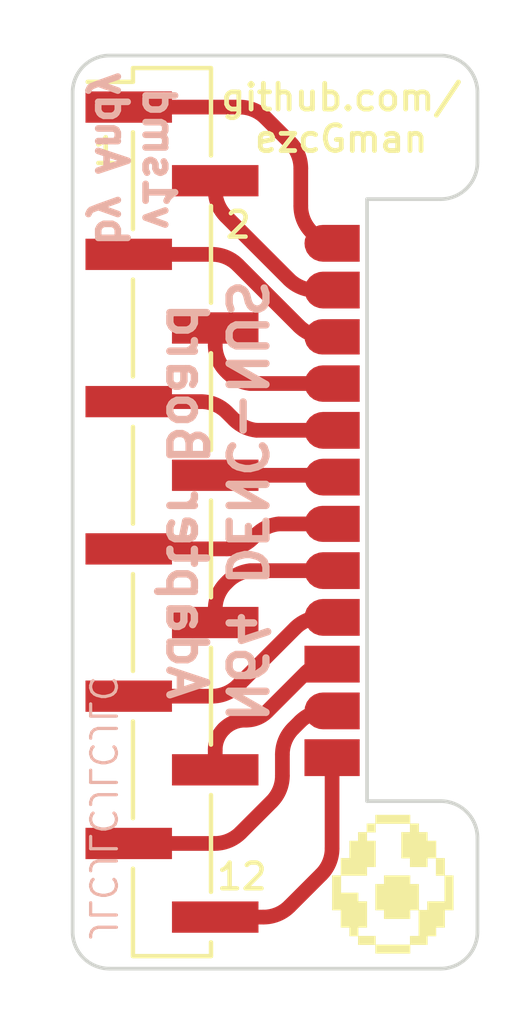
<source format=kicad_pcb>
(kicad_pcb (version 20221018) (generator pcbnew)
  (layers (0 "F.Cu" signal) (31 "B.Cu" signal) (34 "B.Paste" user) (35 "F.Paste" user) (36 "B.SilkS" user "B.Silkscreen") (37 "F.SilkS" user "F.Silkscreen") (38 "B.Mask" user) (39 "F.Mask" user) (44 "Edge.Cuts" user))
  (net 0 "")
  (net 1 "/D0")
  (net 2 "/D1")
  (net 3 "/D2")
  (net 4 "/D3")
  (net 5 "/D4")
  (net 6 "/D5")
  (net 7 "/D6")
  (net 8 "/3v3")
  (net 9 "/DSYNC")
  (net 10 "/GND")
  (net 11 "/CLK")
  (footprint "Andys-Footprints:EdgeConnector_1x12_P1.27mm_SMD" (layer "F.Cu") (at 190.8 86.4)
    (fp_text reference "J1")
    (fp_text value "Conn_01x12")
    (pad "1" smd roundrect (at -0.75 0) (size 1.5 1) (layers "F.Cu" "F.Paste" "F.Mask") (roundrect_rratio 0.5) (chamfer_ratio 0) (chamfer top_right bottom_right) (net 1 "/D0"))
    (pad "2" smd roundrect (at -0.75 1.27) (size 1.5 1) (layers "F.Cu" "F.Paste" "F.Mask") (roundrect_rratio 0.5) (chamfer_ratio 0) (chamfer top_right bottom_right) (net 2 "/D1"))
    (pad "3" smd roundrect (at -0.75 2.54) (size 1.5 0.96) (layers "F.Cu" "F.Paste" "F.Mask") (roundrect_rratio 0.5) (chamfer_ratio 0) (chamfer top_right bottom_right) (net 3 "/D2"))
    (pad "4" smd roundrect (at -0.75 3.81) (size 1.5 0.99) (layers "F.Cu" "F.Paste" "F.Mask") (roundrect_rratio 0.5) (chamfer_ratio 0) (chamfer top_right bottom_right) (net 4 "/D3"))
    (pad "5" smd roundrect (at -0.75 5.08) (size 1.5 1) (layers "F.Cu" "F.Paste" "F.Mask") (roundrect_rratio 0.5) (chamfer_ratio 0) (chamfer top_right bottom_right) (net 5 "/D4"))
    (pad "6" smd roundrect (at -0.75 6.35) (size 1.5 1) (layers "F.Cu" "F.Paste" "F.Mask") (roundrect_rratio 0.5) (chamfer_ratio 0) (chamfer top_right bottom_right) (net 6 "/D5"))
    (pad "7" smd roundrect (at -0.75 7.62) (size 1.5 0.98) (layers "F.Cu" "F.Paste" "F.Mask") (roundrect_rratio 0.5) (chamfer_ratio 0) (chamfer top_right bottom_right) (net 7 "/D6"))
    (pad "8" smd roundrect (at -0.75 8.89) (size 1.5 1) (layers "F.Cu" "F.Paste" "F.Mask") (roundrect_rratio 0.5) (chamfer_ratio 0) (chamfer top_right bottom_right) (net 8 "/3v3"))
    (pad "9" smd roundrect (at -0.75 10.16) (size 1.5 1) (layers "F.Cu" "F.Paste" "F.Mask") (roundrect_rratio 0.5) (chamfer_ratio 0) (chamfer top_right bottom_right) (net 9 "/DSYNC"))
    (pad "10" smd rect (at -0.75 11.43) (size 1.5 1) (layers "F.Cu" "F.Paste" "F.Mask") (net 10 "/GND"))
    (pad "11" smd roundrect (at -0.75 12.7) (size 1.5 1) (layers "F.Cu" "F.Paste" "F.Mask") (roundrect_rratio 0.5) (chamfer_ratio 0) (chamfer top_right bottom_right) (net 11 "/CLK"))
    (pad "12" smd rect (at -0.75 13.97) (size 1.5 1) (layers "F.Cu" "F.Paste" "F.Mask") (net 10 "/GND"))
  )
  (footprint "Andys-Footprints:Yoshi-Egg-Small" (layer "F.Cu") (at 191.7 103.8)
    (fp_text reference "G***" hide)
    (fp_text value "LOGO" hide)
    (fp_poly (pts (xy -0.4699 -1.40335) (xy -0.70485 -1.40335) (xy -0.70485 -1.6383) (xy -0.4699 -1.6383) (xy -0.4699 -1.40335)) (stroke (width 0.01)) (fill solid) (layer "F.SilkS"))
    (fp_poly (pts (xy -0.4699 1.651) (xy -0.9398 1.651) (xy -0.9398 1.41605) (xy -0.4699 1.41605) (xy -0.4699 1.651)) (stroke (width 0.01)) (fill solid) (layer "F.SilkS"))
    (fp_poly (pts (xy 0.4699 -1.6383) (xy -0.4699 -1.6383) (xy -0.4699 -1.87325) (xy 0.4699 -1.87325) (xy 0.4699 -1.6383)) (stroke (width 0.01)) (fill solid) (layer "F.SilkS"))
    (fp_poly (pts (xy 0.4699 1.88595) (xy -0.4699 1.88595) (xy -0.4699 1.651) (xy 0.4699 1.651) (xy 0.4699 1.88595)) (stroke (width 0.01)) (fill solid) (layer "F.SilkS"))
    (fp_poly (pts (xy 1.4097 -0.2286) (xy 1.17475 -0.2286) (xy 1.17475 -0.6985) (xy 1.4097 -0.6985) (xy 1.4097 -0.2286)) (stroke (width 0.01)) (fill solid) (layer "F.SilkS"))
    (fp_poly (pts (xy -0.70485 -1.1684) (xy -0.4699 -1.1684) (xy -0.4699 -0.46355) (xy -0.70485 -0.46355) (xy -0.70485 -0.2286) (xy -1.4097 -0.2286) (xy -1.4097 -0.6985) (xy -1.17475 -0.6985) (xy -1.17475 -1.1684) (xy -0.9398 -1.1684) (xy -0.9398 -1.40335) (xy -0.70485 -1.40335) (xy -0.70485 -1.1684)) (stroke (width 0.01)) (fill solid) (layer "F.SilkS"))
    (fp_poly (pts (xy 0.4699 0.00635) (xy 0.70485 0.00635) (xy 0.70485 0.7112) (xy 0.4699 0.7112) (xy 0.4699 0.94615) (xy -0.23495 0.94615) (xy -0.23495 0.7112) (xy -0.4699 0.7112) (xy -0.4699 0.00635) (xy -0.23495 0.00635) (xy -0.23495 -0.2286) (xy 0.4699 -0.2286) (xy 0.4699 0.00635)) (stroke (width 0.01)) (fill solid) (layer "F.SilkS"))
    (fp_poly (pts (xy -1.4097 0.2413) (xy -0.9398 0.2413) (xy -0.9398 0.47625) (xy -0.70485 0.47625) (xy -0.70485 1.1811) (xy -0.9398 1.1811) (xy -0.9398 1.41605) (xy -1.17475 1.41605) (xy -1.17475 1.1811) (xy -1.4097 1.1811) (xy -1.4097 0.7112) (xy -1.64465 0.7112) (xy -1.64465 -0.2286) (xy -1.4097 -0.2286) (xy -1.4097 0.2413)) (stroke (width 0.01)) (fill solid) (layer "F.SilkS"))
    (fp_poly (pts (xy 0.70485 -1.40335) (xy 0.9398 -1.40335) (xy 0.9398 -1.1684) (xy 1.17475 -1.1684) (xy 1.17475 -0.6985) (xy 0.9398 -0.6985) (xy 0.9398 -0.46355) (xy 0.4699 -0.46355) (xy 0.4699 -0.6985) (xy 0.23495 -0.6985) (xy 0.23495 -1.40335) (xy 0.4699 -1.40335) (xy 0.4699 -1.6383) (xy 0.70485 -1.6383) (xy 0.70485 -1.40335)) (stroke (width 0.01)) (fill solid) (layer "F.SilkS"))
    (fp_poly (pts (xy 1.64465 0.7112) (xy 1.4097 0.7112) (xy 1.4097 1.1811) (xy 1.17475 1.1811) (xy 1.17475 1.41605) (xy 0.9398 1.41605) (xy 0.9398 1.651) (xy 0.4699 1.651) (xy 0.4699 1.41605) (xy 0.70485 1.41605) (xy 0.70485 0.7112) (xy 0.9398 0.7112) (xy 0.9398 0.47625) (xy 1.4097 0.47625) (xy 1.4097 -0.2286) (xy 1.64465 -0.2286) (xy 1.64465 0.7112)) (stroke (width 0.01)) (fill solid) (layer "F.SilkS"))
  )
  (footprint "Connector_PinHeader_2.00mm:PinHeader_1x12_P2.00mm_Vertical_SMD_Pin1Left" (layer "F.Cu") (at 185.7 93.7)
    (fp_text reference "J2")
    (fp_text value "Conn_01x12")
    (fp_text user "1" (at -1.8 -9.8 unlocked) (layer "F.SilkS") (effects (font (size 0.7 0.7) (thickness 0.12))))
    (fp_text user "2" (at 1.8 -7.8 unlocked) (layer "F.SilkS") (effects (font (size 0.7 0.7) (thickness 0.12))))
    (fp_text user "12" (at 1.9 9.9 unlocked) (layer "F.SilkS") (effects (font (size 0.7 0.7) (thickness 0.12))))
    (fp_line (start -1.06 -12.06) (end -1.06 -11.685) (stroke (width 0.12)) (layer "F.SilkS"))
    (fp_line (start -1.06 -12.06) (end 1.06 -12.06) (stroke (width 0.12)) (layer "F.SilkS"))
    (fp_line (start -1.06 -11.685) (end -2.29 -11.685) (stroke (width 0.12)) (layer "F.SilkS"))
    (fp_line (start -1.06 -10.315) (end -1.06 -7.685) (stroke (width 0.12)) (layer "F.SilkS"))
    (fp_line (start -1.06 -6.315) (end -1.06 -3.685) (stroke (width 0.12)) (layer "F.SilkS"))
    (fp_line (start -1.06 -2.315) (end -1.06 0.315) (stroke (width 0.12)) (layer "F.SilkS"))
    (fp_line (start -1.06 1.685) (end -1.06 4.315) (stroke (width 0.12)) (layer "F.SilkS"))
    (fp_line (start -1.06 5.685) (end -1.06 8.315) (stroke (width 0.12)) (layer "F.SilkS"))
    (fp_line (start -1.06 9.685) (end -1.06 12.06) (stroke (width 0.12)) (layer "F.SilkS"))
    (fp_line (start -1.06 12.06) (end 1.06 12.06) (stroke (width 0.12)) (layer "F.SilkS"))
    (fp_line (start 1.06 -12.06) (end 1.06 -9.685) (stroke (width 0.12)) (layer "F.SilkS"))
    (fp_line (start 1.06 -8.315) (end 1.06 -5.685) (stroke (width 0.12)) (layer "F.SilkS"))
    (fp_line (start 1.06 -4.315) (end 1.06 -1.685) (stroke (width 0.12)) (layer "F.SilkS"))
    (fp_line (start 1.06 -0.315) (end 1.06 2.315) (stroke (width 0.12)) (layer "F.SilkS"))
    (fp_line (start 1.06 3.685) (end 1.06 6.315) (stroke (width 0.12)) (layer "F.SilkS"))
    (fp_line (start 1.06 7.685) (end 1.06 10.315) (stroke (width 0.12)) (layer "F.SilkS"))
    (fp_line (start 1.06 11.685) (end 1.06 12.06) (stroke (width 0.12)) (layer "F.SilkS"))
    (pad "1" smd rect (at -1.175 -11) (size 2.35 0.85) (layers "F.Cu" "F.Paste" "F.Mask") (net 1 "/D0"))
    (pad "2" smd rect (at 1.175 -9) (size 2.35 0.85) (layers "F.Cu" "F.Paste" "F.Mask") (net 2 "/D1"))
    (pad "3" smd rect (at -1.175 -7) (size 2.35 0.85) (layers "F.Cu" "F.Paste" "F.Mask") (net 3 "/D2"))
    (pad "4" smd rect (at 1.175 -5) (size 2.35 0.85) (layers "F.Cu" "F.Paste" "F.Mask") (net 4 "/D3"))
    (pad "5" smd rect (at -1.175 -3) (size 2.35 0.85) (layers "F.Cu" "F.Paste" "F.Mask") (net 5 "/D4"))
    (pad "6" smd rect (at 1.175 -1) (size 2.35 0.85) (layers "F.Cu" "F.Paste" "F.Mask") (net 6 "/D5"))
    (pad "7" smd rect (at -1.175 1) (size 2.35 0.85) (layers "F.Cu" "F.Paste" "F.Mask") (net 7 "/D6"))
    (pad "8" smd rect (at 1.175 3) (size 2.35 0.85) (layers "F.Cu" "F.Paste" "F.Mask") (net 8 "/3v3"))
    (pad "9" smd rect (at -1.175 5) (size 2.35 0.85) (layers "F.Cu" "F.Paste" "F.Mask") (net 9 "/DSYNC"))
    (pad "10" smd rect (at 1.175 7) (size 2.35 0.85) (layers "F.Cu" "F.Paste" "F.Mask") (net 10 "/GND"))
    (pad "11" smd rect (at -1.175 9) (size 2.35 0.85) (layers "F.Cu" "F.Paste" "F.Mask") (net 11 "/CLK"))
    (pad "12" smd rect (at 1.175 11) (size 2.35 0.85) (layers "F.Cu" "F.Paste" "F.Mask") (net 10 "/GND"))
  )
  (gr_arc (start 194 105.1) (mid 193.707107 105.807107) (end 193 106.1) (stroke (width 0.1)) (layer "Edge.Cuts"))
  (gr_line (start 183 105.1) (end 183 82.3) (stroke (width 0.1)) (layer "Edge.Cuts"))
  (gr_arc (start 184 106.1) (mid 183.292893 105.807107) (end 183 105.1) (stroke (width 0.1)) (layer "Edge.Cuts"))
  (gr_line (start 191 85.2) (end 191 101.55) (stroke (width 0.1)) (layer "Edge.Cuts"))
  (gr_line (start 191 85.2) (end 193 85.2) (stroke (width 0.1)) (layer "Edge.Cuts"))
  (gr_line (start 194 102.55) (end 194 105.1) (stroke (width 0.1)) (layer "Edge.Cuts"))
  (gr_line (start 194 82.3) (end 194 84.2) (stroke (width 0.1)) (layer "Edge.Cuts"))
  (gr_arc (start 194 84.2) (mid 193.707107 84.907107) (end 193 85.2) (stroke (width 0.1)) (layer "Edge.Cuts"))
  (gr_line (start 193 101.55) (end 191 101.55) (stroke (width 0.1)) (layer "Edge.Cuts"))
  (gr_arc (start 193 81.3) (mid 193.707107 81.592893) (end 194 82.3) (stroke (width 0.1)) (layer "Edge.Cuts"))
  (gr_arc (start 183 82.3) (mid 183.292893 81.592893) (end 184 81.3) (stroke (width 0.1)) (layer "Edge.Cuts"))
  (gr_line (start 184 81.3) (end 193 81.3) (stroke (width 0.1)) (layer "Edge.Cuts"))
  (gr_line (start 193 106.1) (end 184 106.1) (stroke (width 0.1)) (layer "Edge.Cuts"))
  (gr_arc (start 193 101.55) (mid 193.707107 101.842893) (end 194 102.55) (stroke (width 0.1)) (layer "Edge.Cuts"))
  (gr_text "JLCJLCJLCJLC" (at 183.4 105.4 270) (layer "B.SilkS") (effects (font (size 0.7 0.7) (thickness 0.0875)) (justify left bottom mirror)))
  (gr_text "N64 DENC-NUS\nAdapter Board" (at 186.9 93.4 270) (layer "B.SilkS") (effects (font (size 1 1) (thickness 0.2)) (justify mirror)))
  (gr_text "v1smd\nby Andy" (at 184.7 84.1 270) (layer "B.SilkS") (effects (font (size 0.8 0.8) (thickness 0.18)) (justify mirror)))
  (gr_text "github.com/\nezcGman" (at 190.3 83) (layer "F.SilkS") (effects (font (size 0.7 0.7) (thickness 0.13))))
  (segment (start 189.2 84.365192) (end 189.2 85.385786) (width 0.4) (layer "F.Cu") (net 1))
  (segment (start 188.241915 82.992893) (end 188.907107 83.658085) (width 0.4) (layer "F.Cu") (net 1))
  (segment (start 189.492893 86.092893) (end 189.507107 86.107107) (width 0.4) (layer "F.Cu") (net 1))
  (segment (start 184.5 82.7) (end 187.534808 82.7) (width 0.4) (layer "F.Cu") (net 1))
  (arc (start 189.507107 86.107107) (mid 189.83153 86.32388) (end 190.214214 86.4) (width 0.4) (layer "F.Cu") (net 1))
  (arc (start 188.907107 83.658085) (mid 189.12388 83.982508) (end 189.2 84.365192) (width 0.4) (layer "F.Cu") (net 1))
  (arc (start 188.241915 82.992893) (mid 187.917492 82.77612) (end 187.534808 82.7) (width 0.4) (layer "F.Cu") (net 1))
  (arc (start 189.492893 86.092893) (mid 189.27612 85.76847) (end 189.2 85.385786) (width 0.4) (layer "F.Cu") (net 1))
  (segment (start 187.167893 85.667893) (end 188.877107 87.377107) (width 0.4) (layer "F.Cu") (net 2))
  (segment (start 189.485894 87.668256) (end 190.048256 87.668256) (width 0.4) (layer "F.Cu") (net 2))
  (segment (start 186.875 84.7) (end 186.875 84.960786) (width 0.4) (layer "F.Cu") (net 2))
  (segment (start 190.048256 87.668256) (end 190.05 87.67) (width 0.4) (layer "F.Cu") (net 2))
  (arc (start 186.875 84.960786) (mid 186.95112 85.343469) (end 187.167893 85.667893) (width 0.4) (layer "F.Cu") (net 2))
  (arc (start 188.877107 87.377107) (mid 189.15666 87.573986) (end 189.485894 87.668256) (width 0.4) (layer "F.Cu") (net 2))
  (segment (start 187.492893 86.992893) (end 189.147107 88.647107) (width 0.4) (layer "F.Cu") (net 3))
  (segment (start 184.525 86.7) (end 186.785786 86.7) (width 0.4) (layer "F.Cu") (net 3))
  (segment (start 189.755894 88.938256) (end 190.048256 88.938256) (width 0.4) (layer "F.Cu") (net 3))
  (segment (start 190.048256 88.938256) (end 190.05 88.94) (width 0.4) (layer "F.Cu") (net 3))
  (arc (start 189.147107 88.647107) (mid 189.42666 88.843986) (end 189.755894 88.938256) (width 0.4) (layer "F.Cu") (net 3))
  (arc (start 186.785786 86.7) (mid 187.16847 86.77612) (end 187.492893 86.992893) (width 0.4) (layer "F.Cu") (net 3))
  (segment (start 187.167893 89.867893) (end 187.217107 89.917107) (width 0.4) (layer "F.Cu") (net 4))
  (segment (start 186.875 88.7) (end 186.875 89.160786) (width 0.4) (layer "F.Cu") (net 4))
  (segment (start 190.048256 90.208256) (end 190.05 90.21) (width 0.4) (layer "F.Cu") (net 4))
  (segment (start 187.825894 90.208256) (end 190.048256 90.208256) (width 0.4) (layer "F.Cu") (net 4))
  (arc (start 186.875 89.160786) (mid 186.95112 89.543469) (end 187.167893 89.867893) (width 0.4) (layer "F.Cu") (net 4))
  (arc (start 187.217107 89.917107) (mid 187.49666 90.113986) (end 187.825894 90.208256) (width 0.4) (layer "F.Cu") (net 4))
  (segment (start 187.995894 91.478256) (end 190.048256 91.478256) (width 0.4) (layer "F.Cu") (net 5))
  (segment (start 190.048256 91.478256) (end 190.05 91.48) (width 0.4) (layer "F.Cu") (net 5))
  (segment (start 184.525 90.7) (end 186.485786 90.7) (width 0.4) (layer "F.Cu") (net 5))
  (segment (start 187.192893 90.992893) (end 187.387107 91.187107) (width 0.4) (layer "F.Cu") (net 5))
  (arc (start 187.387107 91.187107) (mid 187.66666 91.383986) (end 187.995894 91.478256) (width 0.4) (layer "F.Cu") (net 5))
  (arc (start 186.485786 90.7) (mid 186.868469 90.77612) (end 187.192893 90.992893) (width 0.4) (layer "F.Cu") (net 5))
  (segment (start 190 92.7) (end 190.05 92.75) (width 0.4) (layer "F.Cu") (net 6))
  (segment (start 187.7 92.7) (end 190 92.7) (width 0.4) (layer "F.Cu") (net 6))
  (segment (start 187.892893 94.407107) (end 187.987107 94.312893) (width 0.4) (layer "F.Cu") (net 7))
  (segment (start 184.5 94.7) (end 187.185786 94.7) (width 0.4) (layer "F.Cu") (net 7))
  (segment (start 190.048256 94.021744) (end 190.05 94.02) (width 0.4) (layer "F.Cu") (net 7))
  (segment (start 188.595894 94.021744) (end 190.048256 94.021744) (width 0.4) (layer "F.Cu") (net 7))
  (arc (start 187.185786 94.7) (mid 187.568469 94.62388) (end 187.892893 94.407107) (width 0.4) (layer "F.Cu") (net 7))
  (arc (start 187.987107 94.312893) (mid 188.26666 94.116014) (end 188.595894 94.021744) (width 0.4) (layer "F.Cu") (net 7))
  (segment (start 187.825894 95.291744) (end 190.048256 95.291744) (width 0.4) (layer "F.Cu") (net 8))
  (segment (start 190.048256 95.291744) (end 190.05 95.29) (width 0.4) (layer "F.Cu") (net 8))
  (segment (start 187.167893 95.632107) (end 187.217107 95.582893) (width 0.4) (layer "F.Cu") (net 8))
  (segment (start 186.875 96.7) (end 186.875 96.339214) (width 0.4) (layer "F.Cu") (net 8))
  (arc (start 186.875 96.339214) (mid 186.95112 95.95653) (end 187.167893 95.632107) (width 0.4) (layer "F.Cu") (net 8))
  (arc (start 187.217107 95.582893) (mid 187.49666 95.386014) (end 187.825894 95.291744) (width 0.4) (layer "F.Cu") (net 8))
  (segment (start 184.525 98.7) (end 186.785786 98.7) (width 0.4) (layer "F.Cu") (net 9))
  (segment (start 190.048256 96.561744) (end 190.05 96.56) (width 0.4) (layer "F.Cu") (net 9))
  (segment (start 187.492893 98.407107) (end 189.047107 96.852893) (width 0.4) (layer "F.Cu") (net 9))
  (segment (start 189.655894 96.561744) (end 190.048256 96.561744) (width 0.4) (layer "F.Cu") (net 9))
  (arc (start 186.785786 98.7) (mid 187.168469 98.62388) (end 187.492893 98.407107) (width 0.4) (layer "F.Cu") (net 9))
  (arc (start 189.047107 96.852893) (mid 189.32666 96.656014) (end 189.655894 96.561744) (width 0.4) (layer "F.Cu") (net 9))
  (segment (start 186.875 100.7) (end 186.875 100.156371) (width 0.4) (layer "F.Cu") (net 10))
  (segment (start 188.284315 99.115685) (end 189.335686 98.064314) (width 0.4) (layer "F.Cu") (net 10))
  (segment (start 190.048573 97.831427) (end 190.05 97.83) (width 0.4) (layer "F.Cu") (net 10))
  (segment (start 187.681371 99.35) (end 187.718629 99.35) (width 0.4) (layer "F.Cu") (net 10))
  (segment (start 187.109315 99.590685) (end 187.115686 99.584314) (width 0.4) (layer "F.Cu") (net 10))
  (segment (start 188.892893 104.407107) (end 189.757107 103.542893) (width 0.4) (layer "F.Cu") (net 10))
  (segment (start 186.875 104.7) (end 188.185786 104.7) (width 0.4) (layer "F.Cu") (net 10))
  (segment (start 189.822719 97.831427) (end 190.048573 97.831427) (width 0.4) (layer "F.Cu") (net 10))
  (segment (start 190.05 102.835786) (end 190.05 100.37) (width 0.4) (layer "F.Cu") (net 10))
  (arc (start 190.05 102.835786) (mid 189.97388 103.218469) (end 189.757107 103.542893) (width 0.4) (layer "F.Cu") (net 10))
  (arc (start 187.718629 99.35) (mid 188.024776 99.289103) (end 188.284315 99.115685) (width 0.4) (layer "F.Cu") (net 10))
  (arc (start 188.185786 104.7) (mid 188.568469 104.62388) (end 188.892893 104.407107) (width 0.4) (layer "F.Cu") (net 10))
  (arc (start 189.335686 98.064314) (mid 189.559325 97.9068) (end 189.822719 97.831427) (width 0.4) (layer "F.Cu") (net 10))
  (arc (start 187.115686 99.584314) (mid 187.375225 99.410896) (end 187.681371 99.35) (width 0.4) (layer "F.Cu") (net 10))
  (arc (start 186.875 100.156371) (mid 186.935897 99.850224) (end 187.109315 99.590685) (width 0.4) (layer "F.Cu") (net 10))
  (segment (start 187.566915 102.407107) (end 188.407107 101.566915) (width 0.4) (layer "F.Cu") (net 11))
  (segment (start 189.78689 99.101922) (end 190.048078 99.101922) (width 0.4) (layer "F.Cu") (net 11))
  (segment (start 184.525 102.7) (end 186.859808 102.7) (width 0.4) (layer "F.Cu") (net 11))
  (segment (start 190.048078 99.101922) (end 190.05 99.1) (width 0.4) (layer "F.Cu") (net 11))
  (segment (start 188.992893 99.578085) (end 189.178085 99.392893) (width 0.4) (layer "F.Cu") (net 11))
  (segment (start 188.7 100.859808) (end 188.7 100.285192) (width 0.4) (layer "F.Cu") (net 11))
  (arc (start 186.859808 102.7) (mid 187.242492 102.62388) (end 187.566915 102.407107) (width 0.4) (layer "F.Cu") (net 11))
  (arc (start 188.7 100.285192) (mid 188.77612 99.902509) (end 188.992893 99.578085) (width 0.4) (layer "F.Cu") (net 11))
  (arc (start 189.178085 99.392893) (mid 189.457636 99.196008) (end 189.78689 99.101922) (width 0.4) (layer "F.Cu") (net 11))
  (arc (start 188.407107 101.566915) (mid 188.62388 101.242492) (end 188.7 100.859808) (width 0.4) (layer "F.Cu") (net 11))
)
</source>
